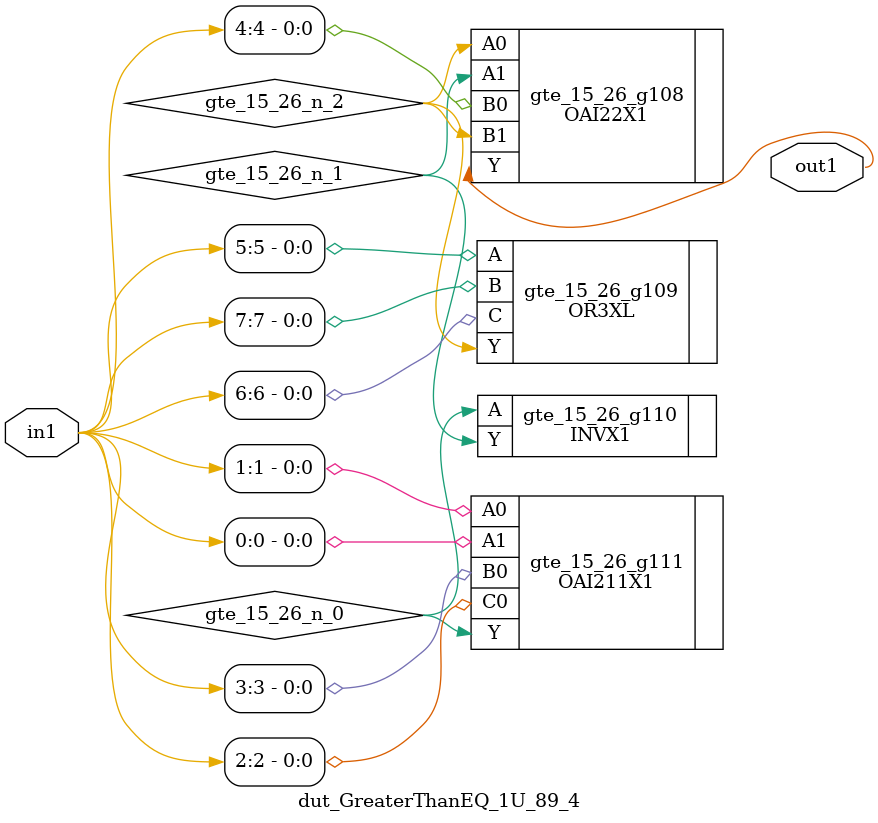
<source format=v>
`timescale 1ps / 1ps


module dut_GreaterThanEQ_1U_89_4(in1, out1);
  input [7:0] in1;
  output out1;
  wire [7:0] in1;
  wire out1;
  wire gte_15_26_n_0, gte_15_26_n_1, gte_15_26_n_2;
  OAI22X1 gte_15_26_g108(.A0 (gte_15_26_n_2), .A1 (gte_15_26_n_1), .B0
       (in1[4]), .B1 (gte_15_26_n_2), .Y (out1));
  OR3XL gte_15_26_g109(.A (in1[5]), .B (in1[7]), .C (in1[6]), .Y
       (gte_15_26_n_2));
  INVX1 gte_15_26_g110(.A (gte_15_26_n_0), .Y (gte_15_26_n_1));
  OAI211X1 gte_15_26_g111(.A0 (in1[1]), .A1 (in1[0]), .B0 (in1[3]), .C0
       (in1[2]), .Y (gte_15_26_n_0));
endmodule



</source>
